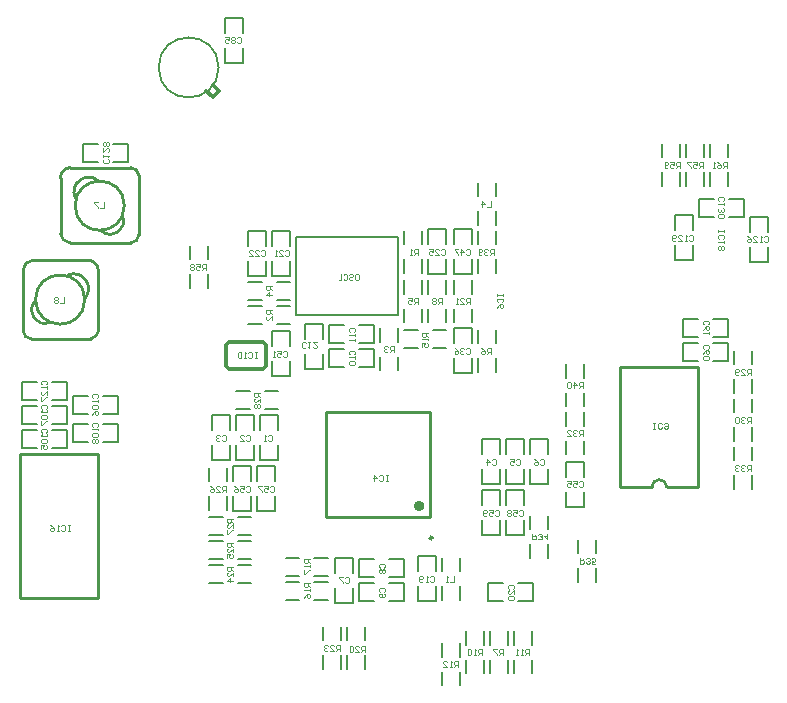
<source format=gbo>
%FSLAX42Y42*%
%MOMM*%
G71*
G01*
G75*
G04 Layer_Color=32896*
%ADD10R,1.22X1.22*%
%ADD11R,1.22X1.22*%
%ADD12R,3.20X4.00*%
%ADD13R,1.27X1.27*%
%ADD14R,1.40X1.40*%
%ADD15O,0.25X1.75*%
%ADD16O,1.75X0.25*%
%ADD17O,1.20X0.35*%
%ADD18R,1.20X0.35*%
%ADD19O,0.35X1.20*%
%ADD20R,0.35X1.20*%
%ADD21R,0.60X1.20*%
%ADD22O,1.30X0.65*%
%ADD23R,1.30X0.65*%
%ADD24O,0.35X1.85*%
%ADD25R,1.27X1.27*%
%ADD26R,1.52X1.52*%
%ADD27C,0.25*%
%ADD28C,0.60*%
%ADD29C,2.00*%
%ADD30C,1.20*%
%ADD31C,0.50*%
%ADD32C,0.40*%
%ADD33C,1.30*%
%ADD34C,0.25*%
%ADD35C,0.35*%
%ADD36C,0.30*%
%ADD37C,0.80*%
%ADD38C,5.00*%
%ADD39C,5.00*%
%ADD40C,1.57*%
%ADD41P,1.70X8X292.5*%
%ADD42R,1.50X1.50*%
%ADD43C,1.50*%
%ADD44C,2.00*%
%ADD45R,2.00X2.00*%
%ADD46R,2.00X2.00*%
%ADD47C,1.52*%
%ADD48C,1.27*%
%ADD49C,1.10*%
%ADD50C,1.70*%
%ADD51R,1.20X0.60*%
%ADD52R,1.75X0.25*%
%ADD53R,0.25X1.75*%
%ADD54O,2.03X0.61*%
%ADD55R,0.69X0.99*%
%ADD56R,1.02X2.03*%
%ADD57R,5.59X8.64*%
%ADD58R,2.03X3.05*%
%ADD59R,3.05X2.03*%
%ADD60R,0.76X1.30*%
%ADD61C,1.00*%
%ADD62C,0.20*%
%ADD63C,0.20*%
%ADD64C,0.30*%
%ADD65C,0.38*%
%ADD66C,0.13*%
%ADD67C,0.10*%
%ADD68C,0.15*%
%ADD69R,1.42X1.42*%
%ADD70R,1.42X1.42*%
%ADD71R,3.40X4.20*%
%ADD72R,1.47X1.47*%
%ADD73R,1.60X1.60*%
%ADD74O,0.45X1.95*%
%ADD75O,1.95X0.45*%
%ADD76O,1.40X0.55*%
%ADD77R,1.40X0.55*%
%ADD78O,0.55X1.40*%
%ADD79R,0.55X1.40*%
%ADD80R,0.80X1.40*%
%ADD81O,1.50X0.85*%
%ADD82R,1.50X0.85*%
%ADD83O,0.55X2.05*%
%ADD84R,1.47X1.47*%
%ADD85R,1.73X1.73*%
%ADD86C,5.20*%
%ADD87C,5.20*%
%ADD88C,1.78*%
%ADD89P,1.92X8X292.5*%
%ADD90R,1.70X1.70*%
%ADD91C,1.70*%
%ADD92C,2.20*%
%ADD93R,2.20X2.20*%
%ADD94R,2.20X2.20*%
%ADD95C,1.73*%
%ADD96C,1.47*%
%ADD97C,1.30*%
%ADD98C,1.90*%
%ADD99R,1.40X0.80*%
%ADD100R,1.95X0.45*%
%ADD101R,0.45X1.95*%
%ADD102O,2.24X0.81*%
%ADD103R,0.89X1.19*%
%ADD104R,1.22X2.24*%
%ADD105R,5.79X8.84*%
%ADD106R,2.24X3.25*%
%ADD107R,3.25X2.24*%
%ADD108R,0.97X1.50*%
D27*
X7135Y7012D02*
G03*
X7135Y7012I-12J0D01*
G01*
D31*
X7043Y7282D02*
G03*
X7043Y7282I-20J0D01*
G01*
D34*
X9119Y7442D02*
G03*
X8992Y7442I-63J0D01*
G01*
X4064Y10147D02*
G03*
X3988Y10058I6J-83D01*
G01*
X3986Y9589D02*
G03*
X4064Y9512I83J6D01*
G01*
X4648Y10084D02*
G03*
X4585Y10147I-70J-6D01*
G01*
X4585Y9512D02*
G03*
X4648Y9576I0J63D01*
G01*
X4526Y9825D02*
G03*
X4526Y9825I-208J0D01*
G01*
X4331Y9614D02*
G03*
X4507Y9740I78J78D01*
G01*
X4307Y10035D02*
G03*
X4110Y9891I-82J-94D01*
G01*
X4305Y9284D02*
G03*
X4216Y9360I-83J-6D01*
G01*
X3747Y9362D02*
G03*
X3670Y9284I6J-83D01*
G01*
X4242Y8700D02*
G03*
X4305Y8763I-6J70D01*
G01*
X3670Y8763D02*
G03*
X3734Y8700I63J0D01*
G01*
X4191Y9030D02*
G03*
X4191Y9030I-208J0D01*
G01*
X3772Y9017D02*
G03*
X3898Y8841I78J-78D01*
G01*
X4193Y9041D02*
G03*
X4049Y9238I-94J82D01*
G01*
X7112Y7188D02*
Y8077D01*
X6236Y7188D02*
X7112D01*
X6236D02*
Y8077D01*
X7112D01*
X8725Y7442D02*
Y8458D01*
X9385D01*
Y7442D02*
Y8458D01*
X9119Y7442D02*
X9385D01*
X8725D02*
X8992D01*
X3645Y6502D02*
Y7722D01*
X4305D01*
Y6502D02*
Y7722D01*
X3645Y6502D02*
X4305D01*
X3986Y9589D02*
Y10057D01*
X4064Y10147D02*
X4585D01*
X4064Y9512D02*
X4585D01*
X4648Y9576D02*
Y10084D01*
X3747Y9362D02*
X4215D01*
X4305Y8763D02*
Y9284D01*
X3670Y8763D02*
Y9284D01*
X3734Y8700D02*
X4242D01*
D62*
X5324Y10995D02*
G03*
X5324Y10995I-254J0D01*
G01*
X5893Y6490D02*
X6007D01*
X5893Y6642D02*
X6007D01*
X6134Y6490D02*
X6248D01*
X6134Y6642D02*
X6248D01*
X9820Y9732D02*
X9973D01*
X9820Y9604D02*
Y9732D01*
X9973Y9604D02*
Y9732D01*
X9820Y9350D02*
X9973D01*
Y9478D01*
X9820Y9350D02*
Y9478D01*
X9770Y9732D02*
Y9884D01*
X9643D02*
X9770D01*
X9643Y9732D02*
X9770D01*
X9389D02*
Y9884D01*
Y9732D02*
X9516D01*
X9389Y9884D02*
X9516D01*
X9185Y9363D02*
X9338D01*
Y9490D01*
X9185Y9363D02*
Y9490D01*
Y9744D02*
X9338D01*
X9185Y9617D02*
Y9744D01*
X9338Y9617D02*
Y9744D01*
X4039Y8179D02*
Y8331D01*
X3912D02*
X4039D01*
X3912Y8179D02*
X4039D01*
X3658D02*
Y8331D01*
Y8179D02*
X3785D01*
X3658Y8331D02*
X3785D01*
X4559Y10198D02*
Y10350D01*
X4432D02*
X4559D01*
X4432Y10198D02*
X4559D01*
X4178D02*
Y10350D01*
Y10198D02*
X4305D01*
X4178Y10350D02*
X4305D01*
X7315Y9081D02*
Y9195D01*
X7468Y9081D02*
Y9195D01*
X7315Y8839D02*
Y8954D01*
X7468Y8839D02*
Y8954D01*
X6896Y9500D02*
Y9614D01*
X7049Y9500D02*
Y9614D01*
X6896Y9258D02*
Y9373D01*
X7049Y9258D02*
Y9373D01*
X7252Y8839D02*
Y8954D01*
X7099Y8839D02*
Y8954D01*
X7252Y9081D02*
Y9195D01*
X7099Y9081D02*
Y9195D01*
X7049Y8839D02*
Y8954D01*
X6896Y8839D02*
Y8954D01*
X7049Y9081D02*
Y9195D01*
X6896Y9081D02*
Y9195D01*
X7671Y9665D02*
Y9779D01*
X7518Y9665D02*
Y9779D01*
X7671Y9906D02*
Y10020D01*
X7518Y9906D02*
Y10020D01*
X7671Y9258D02*
Y9373D01*
X7518Y9258D02*
Y9373D01*
X7671Y9500D02*
Y9614D01*
X7518Y9500D02*
Y9614D01*
X5829Y7925D02*
Y8052D01*
X5677Y7925D02*
Y8052D01*
X5829D01*
X5677Y7671D02*
Y7798D01*
X5829Y7671D02*
Y7798D01*
X5677Y7671D02*
X5829D01*
X5626Y7925D02*
Y8052D01*
X5474Y7925D02*
Y8052D01*
X5626D01*
X5474Y7671D02*
Y7798D01*
X5626Y7671D02*
Y7798D01*
X5474Y7671D02*
X5626D01*
X5423Y7925D02*
Y8052D01*
X5271Y7925D02*
Y8052D01*
X5423D01*
X5271Y7671D02*
Y7798D01*
X5423Y7671D02*
Y7798D01*
X5271Y7671D02*
X5423D01*
X7557Y7468D02*
Y7595D01*
X7709Y7468D02*
Y7595D01*
X7557Y7468D02*
X7709D01*
Y7722D02*
Y7849D01*
X7557Y7722D02*
Y7849D01*
X7709D01*
X7760Y7468D02*
Y7595D01*
X7912Y7468D02*
Y7595D01*
X7760Y7468D02*
X7912D01*
Y7722D02*
Y7849D01*
X7760Y7722D02*
Y7849D01*
X7912D01*
X7963Y7468D02*
Y7595D01*
X8115Y7468D02*
Y7595D01*
X7963Y7468D02*
X8115D01*
Y7722D02*
Y7849D01*
X7963Y7722D02*
Y7849D01*
X8115D01*
X6312Y6464D02*
Y6591D01*
X6464Y6464D02*
Y6591D01*
X6312Y6464D02*
X6464D01*
Y6718D02*
Y6845D01*
X6312Y6718D02*
Y6845D01*
X6464D01*
X6769Y6680D02*
X6896D01*
X6769Y6833D02*
X6896D01*
Y6680D02*
Y6833D01*
X6515D02*
X6642D01*
X6515Y6680D02*
X6642D01*
X6515D02*
Y6833D01*
X6769Y6477D02*
X6896D01*
X6769Y6629D02*
X6896D01*
Y6477D02*
Y6629D01*
X6515D02*
X6642D01*
X6515Y6477D02*
X6642D01*
X6515D02*
Y6629D01*
Y8458D02*
X6642D01*
X6515Y8611D02*
X6642D01*
Y8458D02*
Y8611D01*
X6261D02*
X6388D01*
X6261Y8458D02*
X6388D01*
X6261D02*
Y8611D01*
X6515Y8661D02*
X6642D01*
X6515Y8814D02*
X6642D01*
Y8661D02*
Y8814D01*
X6261D02*
X6388D01*
X6261Y8661D02*
X6388D01*
X6261D02*
Y8814D01*
X6058Y8446D02*
Y8572D01*
X6210Y8446D02*
Y8572D01*
X6058Y8446D02*
X6210D01*
Y8700D02*
Y8826D01*
X6058Y8700D02*
Y8826D01*
X6210D01*
X5931Y9487D02*
Y9614D01*
X5778Y9487D02*
Y9614D01*
X5931D01*
X5778Y9233D02*
Y9360D01*
X5931Y9233D02*
Y9360D01*
X5778Y9233D02*
X5931D01*
X5575D02*
Y9360D01*
X5728Y9233D02*
Y9360D01*
X5575Y9233D02*
X5728D01*
Y9487D02*
Y9614D01*
X5575Y9487D02*
Y9614D01*
X5728D01*
X7252Y9500D02*
Y9627D01*
X7099Y9500D02*
Y9627D01*
X7252D01*
X7099Y9246D02*
Y9373D01*
X7252Y9246D02*
Y9373D01*
X7099Y9246D02*
X7252D01*
X5448Y7239D02*
Y7366D01*
X5601Y7239D02*
Y7366D01*
X5448Y7239D02*
X5601D01*
Y7493D02*
Y7620D01*
X5448Y7493D02*
Y7620D01*
X5601D01*
X5651Y7239D02*
Y7366D01*
X5804Y7239D02*
Y7366D01*
X5651Y7239D02*
X5804D01*
Y7493D02*
Y7620D01*
X5651Y7493D02*
Y7620D01*
X5804D01*
X7757Y7038D02*
Y7165D01*
X7910Y7038D02*
Y7165D01*
X7757Y7038D02*
X7910D01*
Y7292D02*
Y7419D01*
X7757Y7292D02*
Y7419D01*
X7910D01*
X7557Y7036D02*
Y7163D01*
X7709Y7036D02*
Y7163D01*
X7557Y7036D02*
X7709D01*
Y7290D02*
Y7417D01*
X7557Y7290D02*
Y7417D01*
X7709D01*
X7861Y6477D02*
X7988D01*
X7861Y6629D02*
X7988D01*
Y6477D02*
Y6629D01*
X7607D02*
X7734D01*
X7607Y6477D02*
X7734D01*
X7607D02*
Y6629D01*
X7010Y6477D02*
Y6604D01*
X7163Y6477D02*
Y6604D01*
X7010Y6477D02*
X7163D01*
Y6731D02*
Y6858D01*
X7010Y6731D02*
Y6858D01*
X7163D01*
X7468Y8661D02*
Y8788D01*
X7315Y8661D02*
Y8788D01*
X7468D01*
X7315Y8407D02*
Y8534D01*
X7468Y8407D02*
Y8534D01*
X7315Y8407D02*
X7468D01*
X5778Y8382D02*
Y8509D01*
X5931Y8382D02*
Y8509D01*
X5778Y8382D02*
X5931D01*
Y8636D02*
Y8763D01*
X5778Y8636D02*
Y8763D01*
X5931D01*
X8420Y7531D02*
Y7658D01*
X8268Y7531D02*
Y7658D01*
X8420D01*
X8268Y7277D02*
Y7404D01*
X8420Y7277D02*
Y7404D01*
X8268Y7277D02*
X8420D01*
X9512Y8509D02*
X9639D01*
X9512Y8661D02*
X9639D01*
Y8509D02*
Y8661D01*
X9258D02*
X9385D01*
X9258Y8509D02*
X9385D01*
X9258D02*
Y8661D01*
X9512Y8712D02*
X9639D01*
X9512Y8865D02*
X9639D01*
Y8712D02*
Y8865D01*
X9258D02*
X9385D01*
X9258Y8712D02*
X9385D01*
X9258D02*
Y8865D01*
X5527Y11288D02*
Y11414D01*
X5375Y11288D02*
Y11414D01*
X5527D01*
X5375Y11033D02*
Y11161D01*
X5527Y11033D02*
Y11161D01*
X5375Y11033D02*
X5527D01*
X3912Y7772D02*
X4039D01*
X3912Y7925D02*
X4039D01*
Y7772D02*
Y7925D01*
X3658D02*
X3785D01*
X3658Y7772D02*
X3785D01*
X3658D02*
Y7925D01*
X4089Y8217D02*
X4216D01*
X4089Y8064D02*
X4216D01*
X4089D02*
Y8217D01*
X4343Y8064D02*
X4470D01*
X4343Y8217D02*
X4470D01*
Y8064D02*
Y8217D01*
X3658Y8128D02*
X3785D01*
X3658Y7976D02*
X3785D01*
X3658D02*
Y8128D01*
X3912Y7976D02*
X4039D01*
X3912Y8128D02*
X4039D01*
Y7976D02*
Y8128D01*
X4343Y7823D02*
X4470D01*
X4343Y7976D02*
X4470D01*
Y7823D02*
Y7976D01*
X4089D02*
X4216D01*
X4089Y7823D02*
X4216D01*
X4089D02*
Y7976D01*
X7366Y6490D02*
Y6604D01*
X7214Y6490D02*
Y6604D01*
X7366Y6731D02*
Y6845D01*
X7214Y6731D02*
Y6845D01*
X7772Y5867D02*
Y5982D01*
X7620Y5867D02*
Y5982D01*
X7772Y6109D02*
Y6223D01*
X7620Y6109D02*
Y6223D01*
X7569Y5867D02*
Y5982D01*
X7417Y5867D02*
Y5982D01*
X7569Y6109D02*
Y6223D01*
X7417Y6109D02*
Y6223D01*
X7976Y5867D02*
Y5982D01*
X7823Y5867D02*
Y5982D01*
X7976Y6109D02*
Y6223D01*
X7823Y6109D02*
Y6223D01*
X7366Y5766D02*
Y5880D01*
X7214Y5766D02*
Y5880D01*
X7366Y6007D02*
Y6121D01*
X7214Y6007D02*
Y6121D01*
X7518Y8661D02*
Y8776D01*
X7671Y8661D02*
Y8776D01*
X7518Y8420D02*
Y8534D01*
X7671Y8420D02*
Y8534D01*
X6845Y8433D02*
Y8547D01*
X6693Y8433D02*
Y8547D01*
X6845Y8674D02*
Y8788D01*
X6693Y8674D02*
Y8788D01*
X6134Y6845D02*
X6248D01*
X6134Y6693D02*
X6248D01*
X5893Y6845D02*
X6007D01*
X5893Y6693D02*
X6007D01*
X6896Y8623D02*
X7010D01*
X6896Y8776D02*
X7010D01*
X7137Y8623D02*
X7252D01*
X7137Y8776D02*
X7252D01*
X6414Y6147D02*
Y6261D01*
X6566Y6147D02*
Y6261D01*
X6414Y5906D02*
Y6020D01*
X6566Y5906D02*
Y6020D01*
X6210Y6147D02*
Y6261D01*
X6363Y6147D02*
Y6261D01*
X6210Y5906D02*
Y6020D01*
X6363Y5906D02*
Y6020D01*
X9843Y8242D02*
Y8357D01*
X9690Y8242D02*
Y8357D01*
X9843Y8484D02*
Y8598D01*
X9690Y8484D02*
Y8598D01*
Y8077D02*
Y8192D01*
X9843Y8077D02*
Y8192D01*
X9690Y7836D02*
Y7950D01*
X9843Y7836D02*
Y7950D01*
X8420Y7722D02*
Y7836D01*
X8268Y7722D02*
Y7836D01*
X8420Y7963D02*
Y8077D01*
X8268Y7963D02*
Y8077D01*
X9843Y7429D02*
Y7544D01*
X9690Y7429D02*
Y7544D01*
X9843Y7671D02*
Y7785D01*
X9690Y7671D02*
Y7785D01*
X8268Y8369D02*
Y8484D01*
X8420Y8369D02*
Y8484D01*
X8268Y8128D02*
Y8242D01*
X8420Y8128D02*
Y8242D01*
X8115Y6845D02*
Y6960D01*
X7963Y6845D02*
Y6960D01*
X8115Y7087D02*
Y7201D01*
X7963Y7087D02*
Y7201D01*
X5245Y6833D02*
X5359D01*
X5245Y6985D02*
X5359D01*
X5486Y6833D02*
X5601D01*
X5486Y6985D02*
X5601D01*
X5474Y8103D02*
X5588D01*
X5474Y8255D02*
X5588D01*
X5715Y8103D02*
X5829D01*
X5715Y8255D02*
X5829D01*
X8522Y6642D02*
Y6756D01*
X8369Y6642D02*
Y6756D01*
X8522Y6883D02*
Y6998D01*
X8369Y6883D02*
Y6998D01*
X9284Y10236D02*
Y10350D01*
X9436Y10236D02*
Y10350D01*
X9284Y9995D02*
Y10109D01*
X9436Y9995D02*
Y10109D01*
X9487Y10236D02*
Y10350D01*
X9639Y10236D02*
Y10350D01*
X9487Y9995D02*
Y10109D01*
X9639Y9995D02*
Y10109D01*
X5245Y6629D02*
X5359D01*
X5245Y6782D02*
X5359D01*
X5486Y6629D02*
X5601D01*
X5486Y6782D02*
X5601D01*
X5245Y7493D02*
Y7607D01*
X5397Y7493D02*
Y7607D01*
X5245Y7252D02*
Y7366D01*
X5397Y7252D02*
Y7366D01*
X7468Y9500D02*
Y9627D01*
X7315Y9500D02*
Y9627D01*
X7468D01*
X7315Y9246D02*
Y9373D01*
X7468Y9246D02*
Y9373D01*
X7315Y9246D02*
X7468D01*
X5575Y8826D02*
X5690D01*
X5575Y8979D02*
X5690D01*
X5817Y8826D02*
X5931D01*
X5817Y8979D02*
X5931D01*
X5575Y9030D02*
X5690D01*
X5575Y9182D02*
X5690D01*
X5817Y9030D02*
X5931D01*
X5817Y9182D02*
X5931D01*
X5080Y9373D02*
Y9487D01*
X5232Y9373D02*
Y9487D01*
X5080Y9131D02*
Y9246D01*
X5232Y9131D02*
Y9246D01*
X5245Y7036D02*
X5359D01*
X5245Y7188D02*
X5359D01*
X5486Y7036D02*
X5601D01*
X5486Y7188D02*
X5601D01*
X9081Y10236D02*
Y10350D01*
X9233Y10236D02*
Y10350D01*
X9081Y9995D02*
Y10109D01*
X9233Y9995D02*
Y10109D01*
D64*
X5702Y8446D02*
X5728Y8471D01*
X5385D02*
X5410Y8446D01*
X5702Y8674D02*
X5728Y8649D01*
X5410Y8446D02*
X5702D01*
X5385Y8471D02*
Y8649D01*
X5728Y8471D02*
Y8649D01*
X5385D02*
X5410Y8674D01*
X5702D01*
D65*
X5273Y10843D02*
X5324Y10792D01*
X5273Y10741D02*
X5324Y10792D01*
X5222D02*
X5273Y10741D01*
D66*
X5982Y8903D02*
X6845D01*
X5982Y9563D02*
X6845D01*
X5982Y8903D02*
Y9563D01*
X6845Y8903D02*
Y9563D01*
D67*
X6096Y6629D02*
X6046D01*
Y6604D01*
X6054Y6596D01*
X6071D01*
X6079Y6604D01*
Y6629D01*
Y6613D02*
X6096Y6596D01*
Y6579D02*
Y6563D01*
Y6571D01*
X6046D01*
X6054Y6579D01*
X6046Y6504D02*
X6054Y6521D01*
X6071Y6538D01*
X6088D01*
X6096Y6529D01*
Y6513D01*
X6088Y6504D01*
X6079D01*
X6071Y6513D01*
Y6538D01*
X9555Y9617D02*
Y9601D01*
Y9609D01*
X9604D01*
Y9617D01*
Y9601D01*
X9563Y9542D02*
X9555Y9551D01*
Y9567D01*
X9563Y9576D01*
X9596D01*
X9604Y9567D01*
Y9551D01*
X9596Y9542D01*
X9604Y9526D02*
Y9509D01*
Y9517D01*
X9555D01*
X9563Y9526D01*
Y9484D02*
X9555Y9476D01*
Y9459D01*
X9563Y9451D01*
X9571D01*
X9580Y9459D01*
X9588Y9451D01*
X9596D01*
X9604Y9459D01*
Y9476D01*
X9596Y9484D01*
X9588D01*
X9580Y9476D01*
X9571Y9484D01*
X9563D01*
X9580Y9476D02*
Y9459D01*
X9563Y9863D02*
X9555Y9872D01*
Y9888D01*
X9563Y9897D01*
X9596D01*
X9604Y9888D01*
Y9872D01*
X9596Y9863D01*
X9604Y9847D02*
Y9830D01*
Y9838D01*
X9555D01*
X9563Y9847D01*
Y9805D02*
X9555Y9797D01*
Y9780D01*
X9563Y9772D01*
X9571D01*
X9580Y9780D01*
Y9788D01*
Y9780D01*
X9588Y9772D01*
X9596D01*
X9604Y9780D01*
Y9797D01*
X9596Y9805D01*
X9563Y9755D02*
X9555Y9747D01*
Y9730D01*
X9563Y9722D01*
X9596D01*
X9604Y9730D01*
Y9747D01*
X9596Y9755D01*
X9563D01*
X9304Y9570D02*
X9313Y9578D01*
X9329D01*
X9338Y9570D01*
Y9537D01*
X9329Y9528D01*
X9313D01*
X9304Y9537D01*
X9288Y9528D02*
X9271D01*
X9279D01*
Y9578D01*
X9288Y9570D01*
X9213Y9528D02*
X9246D01*
X9213Y9562D01*
Y9570D01*
X9221Y9578D01*
X9238D01*
X9246Y9570D01*
X9196Y9537D02*
X9188Y9528D01*
X9171D01*
X9163Y9537D01*
Y9570D01*
X9171Y9578D01*
X9188D01*
X9196Y9570D01*
Y9562D01*
X9188Y9553D01*
X9163D01*
X4385Y10219D02*
X4393Y10210D01*
Y10194D01*
X4385Y10185D01*
X4352D01*
X4343Y10194D01*
Y10210D01*
X4352Y10219D01*
X4343Y10235D02*
Y10252D01*
Y10244D01*
X4393D01*
X4385Y10235D01*
X4343Y10310D02*
Y10277D01*
X4377Y10310D01*
X4385D01*
X4393Y10302D01*
Y10285D01*
X4385Y10277D01*
Y10327D02*
X4393Y10335D01*
Y10352D01*
X4385Y10360D01*
X4377D01*
X4368Y10352D01*
X4360Y10360D01*
X4352D01*
X4343Y10352D01*
Y10335D01*
X4352Y10327D01*
X4360D01*
X4368Y10335D01*
X4377Y10327D01*
X4385D01*
X4368Y10335D02*
Y10352D01*
X3832Y8311D02*
X3824Y8319D01*
Y8336D01*
X3832Y8344D01*
X3865D01*
X3874Y8336D01*
Y8319D01*
X3865Y8311D01*
X3874Y8294D02*
Y8277D01*
Y8286D01*
X3824D01*
X3832Y8294D01*
X3874Y8219D02*
Y8252D01*
X3840Y8219D01*
X3832D01*
X3824Y8227D01*
Y8244D01*
X3832Y8252D01*
X3824Y8202D02*
Y8169D01*
X3832D01*
X3865Y8202D01*
X3874D01*
X9939Y9557D02*
X9948Y9566D01*
X9964D01*
X9973Y9557D01*
Y9524D01*
X9964Y9516D01*
X9948D01*
X9939Y9524D01*
X9923Y9516D02*
X9906D01*
X9914D01*
Y9566D01*
X9923Y9557D01*
X9848Y9516D02*
X9881D01*
X9848Y9549D01*
Y9557D01*
X9856Y9566D01*
X9873D01*
X9881Y9557D01*
X9798Y9566D02*
X9815Y9557D01*
X9831Y9541D01*
Y9524D01*
X9823Y9516D01*
X9806D01*
X9798Y9524D01*
Y9532D01*
X9806Y9541D01*
X9831D01*
X7455Y8992D02*
Y9042D01*
X7430D01*
X7422Y9033D01*
Y9017D01*
X7430Y9008D01*
X7455D01*
X7438D02*
X7422Y8992D01*
X7372D02*
X7405D01*
X7372Y9025D01*
Y9033D01*
X7380Y9042D01*
X7397D01*
X7405Y9033D01*
X7355Y8992D02*
X7338D01*
X7347D01*
Y9042D01*
X7355Y9033D01*
X7010Y9411D02*
Y9461D01*
X6985D01*
X6977Y9452D01*
Y9436D01*
X6985Y9427D01*
X7010D01*
X6994D02*
X6977Y9411D01*
X6960D02*
X6944D01*
X6952D01*
Y9461D01*
X6960Y9452D01*
X7214Y8992D02*
Y9042D01*
X7189D01*
X7180Y9033D01*
Y9017D01*
X7189Y9008D01*
X7214D01*
X7197D02*
X7180Y8992D01*
X7164Y9033D02*
X7155Y9042D01*
X7139D01*
X7130Y9033D01*
Y9025D01*
X7139Y9017D01*
X7130Y9008D01*
Y9000D01*
X7139Y8992D01*
X7155D01*
X7164Y9000D01*
Y9008D01*
X7155Y9017D01*
X7164Y9025D01*
Y9033D01*
X7155Y9017D02*
X7139D01*
X7010Y8992D02*
Y9042D01*
X6985D01*
X6977Y9033D01*
Y9017D01*
X6985Y9008D01*
X7010D01*
X6994D02*
X6977Y8992D01*
X6927Y9042D02*
X6960D01*
Y9017D01*
X6944Y9025D01*
X6935D01*
X6927Y9017D01*
Y9000D01*
X6935Y8992D01*
X6952D01*
X6960Y9000D01*
X5448Y7175D02*
X5398D01*
Y7151D01*
X5407Y7142D01*
X5423D01*
X5432Y7151D01*
Y7175D01*
Y7159D02*
X5448Y7142D01*
Y7092D02*
Y7126D01*
X5415Y7092D01*
X5407D01*
X5398Y7101D01*
Y7117D01*
X5407Y7126D01*
X5398Y7076D02*
Y7042D01*
X5407D01*
X5440Y7076D01*
X5448D01*
X7633Y9867D02*
Y9817D01*
X7599D01*
X7558D02*
Y9867D01*
X7583Y9842D01*
X7549D01*
X7658Y9411D02*
Y9461D01*
X7633D01*
X7625Y9452D01*
Y9436D01*
X7633Y9427D01*
X7658D01*
X7641D02*
X7625Y9411D01*
X7608Y9452D02*
X7600Y9461D01*
X7583D01*
X7575Y9452D01*
Y9444D01*
X7583Y9436D01*
X7591D01*
X7583D01*
X7575Y9427D01*
Y9419D01*
X7583Y9411D01*
X7600D01*
X7608Y9419D01*
X7558D02*
X7550Y9411D01*
X7533D01*
X7525Y9419D01*
Y9452D01*
X7533Y9461D01*
X7550D01*
X7558Y9452D01*
Y9444D01*
X7550Y9436D01*
X7525D01*
X5745Y7878D02*
X5754Y7886D01*
X5770D01*
X5778Y7878D01*
Y7844D01*
X5770Y7836D01*
X5754D01*
X5745Y7844D01*
X5729Y7836D02*
X5712D01*
X5720D01*
Y7886D01*
X5729Y7878D01*
X5555D02*
X5563Y7886D01*
X5580D01*
X5588Y7878D01*
Y7844D01*
X5580Y7836D01*
X5563D01*
X5555Y7844D01*
X5505Y7836D02*
X5538D01*
X5505Y7869D01*
Y7878D01*
X5513Y7886D01*
X5530D01*
X5538Y7878D01*
X5351D02*
X5360Y7886D01*
X5376D01*
X5385Y7878D01*
Y7844D01*
X5376Y7836D01*
X5360D01*
X5351Y7844D01*
X5335Y7878D02*
X5326Y7886D01*
X5310D01*
X5301Y7878D01*
Y7869D01*
X5310Y7861D01*
X5318D01*
X5310D01*
X5301Y7853D01*
Y7844D01*
X5310Y7836D01*
X5326D01*
X5335Y7844D01*
X7637Y7674D02*
X7646Y7683D01*
X7662D01*
X7671Y7674D01*
Y7641D01*
X7662Y7633D01*
X7646D01*
X7637Y7641D01*
X7596Y7633D02*
Y7683D01*
X7621Y7658D01*
X7587D01*
X7841Y7674D02*
X7849Y7683D01*
X7866D01*
X7874Y7674D01*
Y7641D01*
X7866Y7633D01*
X7849D01*
X7841Y7641D01*
X7791Y7683D02*
X7824D01*
Y7658D01*
X7807Y7666D01*
X7799D01*
X7791Y7658D01*
Y7641D01*
X7799Y7633D01*
X7816D01*
X7824Y7641D01*
X8044Y7674D02*
X8052Y7683D01*
X8069D01*
X8077Y7674D01*
Y7641D01*
X8069Y7633D01*
X8052D01*
X8044Y7641D01*
X7994Y7683D02*
X8011Y7674D01*
X8027Y7658D01*
Y7641D01*
X8019Y7633D01*
X8002D01*
X7994Y7641D01*
Y7649D01*
X8002Y7658D01*
X8027D01*
X6393Y6671D02*
X6401Y6679D01*
X6418D01*
X6426Y6671D01*
Y6638D01*
X6418Y6629D01*
X6401D01*
X6393Y6638D01*
X6376Y6679D02*
X6343D01*
Y6671D01*
X6376Y6638D01*
Y6629D01*
X6689Y6761D02*
X6681Y6770D01*
Y6786D01*
X6689Y6794D01*
X6723D01*
X6731Y6786D01*
Y6770D01*
X6723Y6761D01*
X6689Y6745D02*
X6681Y6736D01*
Y6720D01*
X6689Y6711D01*
X6698D01*
X6706Y6720D01*
X6714Y6711D01*
X6723D01*
X6731Y6720D01*
Y6736D01*
X6723Y6745D01*
X6714D01*
X6706Y6736D01*
X6698Y6745D01*
X6689D01*
X6706Y6736D02*
Y6720D01*
X6689Y6558D02*
X6681Y6566D01*
Y6583D01*
X6689Y6591D01*
X6723D01*
X6731Y6583D01*
Y6566D01*
X6723Y6558D01*
Y6541D02*
X6731Y6533D01*
Y6516D01*
X6723Y6508D01*
X6689D01*
X6681Y6516D01*
Y6533D01*
X6689Y6541D01*
X6698D01*
X6706Y6533D01*
Y6508D01*
X6435Y8565D02*
X6427Y8573D01*
Y8590D01*
X6435Y8598D01*
X6469D01*
X6477Y8590D01*
Y8573D01*
X6469Y8565D01*
X6477Y8548D02*
Y8531D01*
Y8540D01*
X6427D01*
X6435Y8548D01*
Y8506D02*
X6427Y8498D01*
Y8481D01*
X6435Y8473D01*
X6469D01*
X6477Y8481D01*
Y8498D01*
X6469Y8506D01*
X6435D01*
Y8755D02*
X6427Y8763D01*
Y8780D01*
X6435Y8788D01*
X6469D01*
X6477Y8780D01*
Y8763D01*
X6469Y8755D01*
X6477Y8738D02*
Y8722D01*
Y8730D01*
X6427D01*
X6435Y8738D01*
X6477Y8697D02*
Y8680D01*
Y8688D01*
X6427D01*
X6435Y8697D01*
X6066Y8632D02*
X6057Y8624D01*
X6041D01*
X6033Y8632D01*
Y8666D01*
X6041Y8674D01*
X6057D01*
X6066Y8666D01*
X6082Y8674D02*
X6099D01*
X6091D01*
Y8624D01*
X6082Y8632D01*
X6157Y8674D02*
X6124D01*
X6157Y8641D01*
Y8632D01*
X6149Y8624D01*
X6132D01*
X6124Y8632D01*
X5885Y9440D02*
X5893Y9448D01*
X5910D01*
X5918Y9440D01*
Y9406D01*
X5910Y9398D01*
X5893D01*
X5885Y9406D01*
X5835Y9398D02*
X5868D01*
X5835Y9431D01*
Y9440D01*
X5843Y9448D01*
X5860D01*
X5868Y9440D01*
X5818Y9398D02*
X5802D01*
X5810D01*
Y9448D01*
X5818Y9440D01*
X5682D02*
X5690Y9448D01*
X5707D01*
X5715Y9440D01*
Y9406D01*
X5707Y9398D01*
X5690D01*
X5682Y9406D01*
X5632Y9398D02*
X5665D01*
X5632Y9431D01*
Y9440D01*
X5640Y9448D01*
X5657D01*
X5665Y9440D01*
X5582Y9398D02*
X5615D01*
X5582Y9431D01*
Y9440D01*
X5590Y9448D01*
X5607D01*
X5615Y9440D01*
X7206Y9452D02*
X7214Y9461D01*
X7231D01*
X7239Y9452D01*
Y9419D01*
X7231Y9411D01*
X7214D01*
X7206Y9419D01*
X7156Y9411D02*
X7189D01*
X7156Y9444D01*
Y9452D01*
X7164Y9461D01*
X7181D01*
X7189Y9452D01*
X7106Y9461D02*
X7139D01*
Y9436D01*
X7122Y9444D01*
X7114D01*
X7106Y9436D01*
Y9419D01*
X7114Y9411D01*
X7131D01*
X7139Y9419D01*
X5555Y7446D02*
X5563Y7454D01*
X5580D01*
X5588Y7446D01*
Y7412D01*
X5580Y7404D01*
X5563D01*
X5555Y7412D01*
X5505Y7454D02*
X5538D01*
Y7429D01*
X5521Y7437D01*
X5513D01*
X5505Y7429D01*
Y7412D01*
X5513Y7404D01*
X5530D01*
X5538Y7412D01*
X5455Y7454D02*
X5471Y7446D01*
X5488Y7429D01*
Y7412D01*
X5480Y7404D01*
X5463D01*
X5455Y7412D01*
Y7421D01*
X5463Y7429D01*
X5488D01*
X5758Y7446D02*
X5766Y7454D01*
X5783D01*
X5791Y7446D01*
Y7412D01*
X5783Y7404D01*
X5766D01*
X5758Y7412D01*
X5708Y7454D02*
X5741D01*
Y7429D01*
X5725Y7437D01*
X5716D01*
X5708Y7429D01*
Y7412D01*
X5716Y7404D01*
X5733D01*
X5741Y7412D01*
X5691Y7454D02*
X5658D01*
Y7446D01*
X5691Y7412D01*
Y7404D01*
X7866Y7243D02*
X7874Y7251D01*
X7891D01*
X7899Y7243D01*
Y7209D01*
X7891Y7201D01*
X7874D01*
X7866Y7209D01*
X7816Y7251D02*
X7849D01*
Y7226D01*
X7833Y7234D01*
X7824D01*
X7816Y7226D01*
Y7209D01*
X7824Y7201D01*
X7841D01*
X7849Y7209D01*
X7799Y7243D02*
X7791Y7251D01*
X7774D01*
X7766Y7243D01*
Y7234D01*
X7774Y7226D01*
X7766Y7218D01*
Y7209D01*
X7774Y7201D01*
X7791D01*
X7799Y7209D01*
Y7218D01*
X7791Y7226D01*
X7799Y7234D01*
Y7243D01*
X7791Y7226D02*
X7774D01*
X7663Y7243D02*
X7671Y7251D01*
X7688D01*
X7696Y7243D01*
Y7209D01*
X7688Y7201D01*
X7671D01*
X7663Y7209D01*
X7613Y7251D02*
X7646D01*
Y7226D01*
X7630Y7234D01*
X7621D01*
X7613Y7226D01*
Y7209D01*
X7621Y7201D01*
X7638D01*
X7646Y7209D01*
X7596D02*
X7588Y7201D01*
X7571D01*
X7563Y7209D01*
Y7243D01*
X7571Y7251D01*
X7588D01*
X7596Y7243D01*
Y7234D01*
X7588Y7226D01*
X7563D01*
X7782Y6583D02*
X7773Y6592D01*
Y6608D01*
X7782Y6617D01*
X7815D01*
X7823Y6608D01*
Y6592D01*
X7815Y6583D01*
X7823Y6533D02*
Y6567D01*
X7790Y6533D01*
X7782D01*
X7773Y6542D01*
Y6558D01*
X7782Y6567D01*
Y6517D02*
X7773Y6508D01*
Y6492D01*
X7782Y6483D01*
X7815D01*
X7823Y6492D01*
Y6508D01*
X7815Y6517D01*
X7782D01*
X7117Y6684D02*
X7125Y6692D01*
X7142D01*
X7150Y6684D01*
Y6650D01*
X7142Y6642D01*
X7125D01*
X7117Y6650D01*
X7100Y6642D02*
X7083D01*
X7092D01*
Y6692D01*
X7100Y6684D01*
X7058Y6650D02*
X7050Y6642D01*
X7033D01*
X7025Y6650D01*
Y6684D01*
X7033Y6692D01*
X7050D01*
X7058Y6684D01*
Y6675D01*
X7050Y6667D01*
X7025D01*
X7422Y8614D02*
X7430Y8622D01*
X7447D01*
X7455Y8614D01*
Y8581D01*
X7447Y8572D01*
X7430D01*
X7422Y8581D01*
X7405Y8614D02*
X7397Y8622D01*
X7380D01*
X7372Y8614D01*
Y8606D01*
X7380Y8597D01*
X7388D01*
X7380D01*
X7372Y8589D01*
Y8581D01*
X7380Y8572D01*
X7397D01*
X7405Y8581D01*
X7322Y8622D02*
X7338Y8614D01*
X7355Y8597D01*
Y8581D01*
X7347Y8572D01*
X7330D01*
X7322Y8581D01*
Y8589D01*
X7330Y8597D01*
X7355D01*
X5872Y8589D02*
X5881Y8597D01*
X5897D01*
X5906Y8589D01*
Y8555D01*
X5897Y8547D01*
X5881D01*
X5872Y8555D01*
X5822Y8597D02*
X5856D01*
Y8572D01*
X5839Y8580D01*
X5831D01*
X5822Y8572D01*
Y8555D01*
X5831Y8547D01*
X5847D01*
X5856Y8555D01*
X5806Y8547D02*
X5789D01*
X5797D01*
Y8597D01*
X5806Y8589D01*
X8374Y7484D02*
X8382Y7492D01*
X8399D01*
X8407Y7484D01*
Y7451D01*
X8399Y7442D01*
X8382D01*
X8374Y7451D01*
X8324Y7492D02*
X8357D01*
Y7467D01*
X8341Y7476D01*
X8332D01*
X8324Y7467D01*
Y7451D01*
X8332Y7442D01*
X8349D01*
X8357Y7451D01*
X8274Y7492D02*
X8307D01*
Y7467D01*
X8291Y7476D01*
X8282D01*
X8274Y7467D01*
Y7451D01*
X8282Y7442D01*
X8299D01*
X8307Y7451D01*
X9433Y8615D02*
X9424Y8624D01*
Y8640D01*
X9433Y8649D01*
X9466D01*
X9474Y8640D01*
Y8624D01*
X9466Y8615D01*
X9424Y8565D02*
X9433Y8582D01*
X9449Y8599D01*
X9466D01*
X9474Y8590D01*
Y8574D01*
X9466Y8565D01*
X9458D01*
X9449Y8574D01*
Y8599D01*
X9433Y8549D02*
X9424Y8540D01*
Y8524D01*
X9433Y8515D01*
X9466D01*
X9474Y8524D01*
Y8540D01*
X9466Y8549D01*
X9433D01*
Y8819D02*
X9424Y8827D01*
Y8844D01*
X9433Y8852D01*
X9466D01*
X9474Y8844D01*
Y8827D01*
X9466Y8819D01*
X9424Y8769D02*
X9433Y8785D01*
X9449Y8802D01*
X9466D01*
X9474Y8794D01*
Y8777D01*
X9466Y8769D01*
X9458D01*
X9449Y8777D01*
Y8802D01*
X9474Y8752D02*
Y8735D01*
Y8744D01*
X9424D01*
X9433Y8752D01*
X5478Y11243D02*
X5487Y11251D01*
X5503D01*
X5512Y11243D01*
Y11210D01*
X5503Y11201D01*
X5487D01*
X5478Y11210D01*
X5462Y11243D02*
X5453Y11251D01*
X5437D01*
X5428Y11243D01*
Y11235D01*
X5437Y11226D01*
X5428Y11218D01*
Y11210D01*
X5437Y11201D01*
X5453D01*
X5462Y11210D01*
Y11218D01*
X5453Y11226D01*
X5462Y11235D01*
Y11243D01*
X5453Y11226D02*
X5437D01*
X5379Y11251D02*
X5412D01*
Y11226D01*
X5395Y11235D01*
X5387D01*
X5379Y11226D01*
Y11210D01*
X5387Y11201D01*
X5404D01*
X5412Y11210D01*
X3832Y7904D02*
X3824Y7913D01*
Y7929D01*
X3832Y7938D01*
X3865D01*
X3874Y7929D01*
Y7913D01*
X3865Y7904D01*
X3874Y7888D02*
Y7871D01*
Y7879D01*
X3824D01*
X3832Y7888D01*
Y7846D02*
X3824Y7838D01*
Y7821D01*
X3832Y7813D01*
X3865D01*
X3874Y7821D01*
Y7838D01*
X3865Y7846D01*
X3832D01*
X3824Y7763D02*
Y7796D01*
X3849D01*
X3840Y7779D01*
Y7771D01*
X3849Y7763D01*
X3865D01*
X3874Y7771D01*
Y7788D01*
X3865Y7796D01*
X4264Y8196D02*
X4255Y8205D01*
Y8221D01*
X4264Y8230D01*
X4297D01*
X4305Y8221D01*
Y8205D01*
X4297Y8196D01*
X4305Y8180D02*
Y8163D01*
Y8171D01*
X4255D01*
X4264Y8180D01*
Y8138D02*
X4255Y8130D01*
Y8113D01*
X4264Y8105D01*
X4297D01*
X4305Y8113D01*
Y8130D01*
X4297Y8138D01*
X4264D01*
X4255Y8055D02*
X4264Y8071D01*
X4280Y8088D01*
X4297D01*
X4305Y8080D01*
Y8063D01*
X4297Y8055D01*
X4289D01*
X4280Y8063D01*
Y8088D01*
X3832Y8107D02*
X3824Y8116D01*
Y8132D01*
X3832Y8141D01*
X3865D01*
X3874Y8132D01*
Y8116D01*
X3865Y8107D01*
X3874Y8091D02*
Y8074D01*
Y8082D01*
X3824D01*
X3832Y8091D01*
Y8049D02*
X3824Y8041D01*
Y8024D01*
X3832Y8016D01*
X3865D01*
X3874Y8024D01*
Y8041D01*
X3865Y8049D01*
X3832D01*
X3824Y7999D02*
Y7966D01*
X3832D01*
X3865Y7999D01*
X3874D01*
X4264Y7955D02*
X4255Y7963D01*
Y7980D01*
X4264Y7988D01*
X4297D01*
X4305Y7980D01*
Y7963D01*
X4297Y7955D01*
X4305Y7938D02*
Y7922D01*
Y7930D01*
X4255D01*
X4264Y7938D01*
Y7897D02*
X4255Y7888D01*
Y7872D01*
X4264Y7863D01*
X4297D01*
X4305Y7872D01*
Y7888D01*
X4297Y7897D01*
X4264D01*
Y7847D02*
X4255Y7838D01*
Y7822D01*
X4264Y7813D01*
X4272D01*
X4280Y7822D01*
X4289Y7813D01*
X4297D01*
X4305Y7822D01*
Y7838D01*
X4297Y7847D01*
X4289D01*
X4280Y7838D01*
X4272Y7847D01*
X4264D01*
X4280Y7838D02*
Y7822D01*
X6756Y7543D02*
X6740D01*
X6748D01*
Y7493D01*
X6756D01*
X6740D01*
X6681Y7535D02*
X6690Y7543D01*
X6706D01*
X6715Y7535D01*
Y7501D01*
X6706Y7493D01*
X6690D01*
X6681Y7501D01*
X6640Y7493D02*
Y7543D01*
X6665Y7518D01*
X6631D01*
X9004Y7938D02*
X9021D01*
X9013D01*
Y7988D01*
X9004D01*
X9021D01*
X9079Y7947D02*
X9071Y7938D01*
X9054D01*
X9046Y7947D01*
Y7980D01*
X9054Y7988D01*
X9071D01*
X9079Y7980D01*
X9096D02*
X9104Y7988D01*
X9121D01*
X9129Y7980D01*
Y7947D01*
X9121Y7938D01*
X9104D01*
X9096Y7947D01*
Y7955D01*
X9104Y7963D01*
X9129D01*
X5651Y8584D02*
X5635D01*
X5643D01*
Y8534D01*
X5651D01*
X5635D01*
X5577Y8576D02*
X5585Y8584D01*
X5602D01*
X5610Y8576D01*
Y8543D01*
X5602Y8534D01*
X5585D01*
X5577Y8543D01*
X5560Y8534D02*
X5543D01*
X5552D01*
Y8584D01*
X5560Y8576D01*
X5518D02*
X5510Y8584D01*
X5493D01*
X5485Y8576D01*
Y8543D01*
X5493Y8534D01*
X5510D01*
X5518Y8543D01*
Y8576D01*
X4064Y7124D02*
X4047D01*
X4056D01*
Y7074D01*
X4064D01*
X4047D01*
X3989Y7116D02*
X3997Y7124D01*
X4014D01*
X4022Y7116D01*
Y7082D01*
X4014Y7074D01*
X3997D01*
X3989Y7082D01*
X3972Y7074D02*
X3956D01*
X3964D01*
Y7124D01*
X3972Y7116D01*
X3897Y7124D02*
X3914Y7116D01*
X3931Y7099D01*
Y7082D01*
X3922Y7074D01*
X3906D01*
X3897Y7082D01*
Y7091D01*
X3906Y7099D01*
X3931D01*
X7315Y6692D02*
Y6642D01*
X7282D01*
X7265D02*
X7249D01*
X7257D01*
Y6692D01*
X7265Y6684D01*
X4356Y9854D02*
Y9804D01*
X4323D01*
X4306Y9854D02*
X4273D01*
Y9846D01*
X4306Y9813D01*
Y9804D01*
X4013Y9054D02*
Y9004D01*
X3980D01*
X3963Y9046D02*
X3955Y9054D01*
X3938D01*
X3930Y9046D01*
Y9038D01*
X3938Y9029D01*
X3930Y9021D01*
Y9013D01*
X3938Y9004D01*
X3955D01*
X3963Y9013D01*
Y9021D01*
X3955Y9029D01*
X3963Y9038D01*
Y9046D01*
X3955Y9029D02*
X3938D01*
X6490Y9245D02*
X6507D01*
X6515Y9236D01*
Y9203D01*
X6507Y9195D01*
X6490D01*
X6482Y9203D01*
Y9236D01*
X6490Y9245D01*
X6432Y9236D02*
X6440Y9245D01*
X6457D01*
X6465Y9236D01*
Y9228D01*
X6457Y9220D01*
X6440D01*
X6432Y9211D01*
Y9203D01*
X6440Y9195D01*
X6457D01*
X6465Y9203D01*
X6382Y9236D02*
X6390Y9245D01*
X6407D01*
X6415Y9236D01*
Y9203D01*
X6407Y9195D01*
X6390D01*
X6382Y9203D01*
X6365Y9195D02*
X6348D01*
X6357D01*
Y9245D01*
X6365Y9236D01*
X7734Y6020D02*
Y6070D01*
X7709D01*
X7701Y6061D01*
Y6045D01*
X7709Y6036D01*
X7734D01*
X7718D02*
X7701Y6020D01*
X7684Y6070D02*
X7651D01*
Y6061D01*
X7684Y6028D01*
Y6020D01*
X7557D02*
Y6070D01*
X7532D01*
X7523Y6061D01*
Y6045D01*
X7532Y6036D01*
X7557D01*
X7540D02*
X7523Y6020D01*
X7507D02*
X7490D01*
X7498D01*
Y6070D01*
X7507Y6061D01*
X7465D02*
X7457Y6070D01*
X7440D01*
X7432Y6061D01*
Y6028D01*
X7440Y6020D01*
X7457D01*
X7465Y6028D01*
Y6061D01*
X7950Y6020D02*
Y6070D01*
X7925D01*
X7917Y6061D01*
Y6045D01*
X7925Y6036D01*
X7950D01*
X7934D02*
X7917Y6020D01*
X7900D02*
X7884D01*
X7892D01*
Y6070D01*
X7900Y6061D01*
X7859Y6020D02*
X7842D01*
X7850D01*
Y6070D01*
X7859Y6061D01*
X7353Y5918D02*
Y5968D01*
X7328D01*
X7320Y5960D01*
Y5943D01*
X7328Y5935D01*
X7353D01*
X7337D02*
X7320Y5918D01*
X7303D02*
X7287D01*
X7295D01*
Y5968D01*
X7303Y5960D01*
X7228Y5918D02*
X7262D01*
X7228Y5952D01*
Y5960D01*
X7237Y5968D01*
X7253D01*
X7262Y5960D01*
X7633Y8572D02*
Y8622D01*
X7608D01*
X7599Y8614D01*
Y8597D01*
X7608Y8589D01*
X7633D01*
X7616D02*
X7599Y8572D01*
X7549Y8622D02*
X7566Y8614D01*
X7583Y8597D01*
Y8581D01*
X7574Y8572D01*
X7558D01*
X7549Y8581D01*
Y8589D01*
X7558Y8597D01*
X7583D01*
X6807Y8585D02*
Y8635D01*
X6782D01*
X6774Y8627D01*
Y8610D01*
X6782Y8602D01*
X6807D01*
X6791D02*
X6774Y8585D01*
X6757Y8627D02*
X6749Y8635D01*
X6732D01*
X6724Y8627D01*
Y8619D01*
X6732Y8610D01*
X6741D01*
X6732D01*
X6724Y8602D01*
Y8594D01*
X6732Y8585D01*
X6749D01*
X6757Y8594D01*
X6096Y6833D02*
X6046D01*
Y6808D01*
X6054Y6799D01*
X6071D01*
X6079Y6808D01*
Y6833D01*
Y6816D02*
X6096Y6799D01*
Y6783D02*
Y6766D01*
Y6774D01*
X6046D01*
X6054Y6783D01*
X6046Y6741D02*
Y6708D01*
X6054D01*
X6088Y6741D01*
X6096D01*
X7099Y8750D02*
X7049D01*
Y8725D01*
X7058Y8717D01*
X7074D01*
X7083Y8725D01*
Y8750D01*
Y8734D02*
X7099Y8717D01*
Y8700D02*
Y8684D01*
Y8692D01*
X7049D01*
X7058Y8700D01*
X7049Y8625D02*
Y8659D01*
X7074D01*
X7066Y8642D01*
Y8634D01*
X7074Y8625D01*
X7091D01*
X7099Y8634D01*
Y8650D01*
X7091Y8659D01*
X6566Y6045D02*
Y6095D01*
X6541D01*
X6533Y6087D01*
Y6070D01*
X6541Y6062D01*
X6566D01*
X6549D02*
X6533Y6045D01*
X6483D02*
X6516D01*
X6483Y6079D01*
Y6087D01*
X6491Y6095D01*
X6508D01*
X6516Y6087D01*
X6466D02*
X6458Y6095D01*
X6441D01*
X6433Y6087D01*
Y6054D01*
X6441Y6045D01*
X6458D01*
X6466Y6054D01*
Y6087D01*
X6350Y6058D02*
Y6108D01*
X6325D01*
X6317Y6100D01*
Y6083D01*
X6325Y6075D01*
X6350D01*
X6333D02*
X6317Y6058D01*
X6267D02*
X6300D01*
X6267Y6091D01*
Y6100D01*
X6275Y6108D01*
X6292D01*
X6300Y6100D01*
X6250D02*
X6242Y6108D01*
X6225D01*
X6217Y6100D01*
Y6091D01*
X6225Y6083D01*
X6233D01*
X6225D01*
X6217Y6075D01*
Y6066D01*
X6225Y6058D01*
X6242D01*
X6250Y6066D01*
X9830Y8395D02*
Y8445D01*
X9805D01*
X9796Y8436D01*
Y8420D01*
X9805Y8411D01*
X9830D01*
X9813D02*
X9796Y8395D01*
X9746D02*
X9780D01*
X9746Y8428D01*
Y8436D01*
X9755Y8445D01*
X9771D01*
X9780Y8436D01*
X9730Y8403D02*
X9722Y8395D01*
X9705D01*
X9697Y8403D01*
Y8436D01*
X9705Y8445D01*
X9722D01*
X9730Y8436D01*
Y8428D01*
X9722Y8420D01*
X9697D01*
X9830Y7988D02*
Y8038D01*
X9805D01*
X9796Y8030D01*
Y8013D01*
X9805Y8005D01*
X9830D01*
X9813D02*
X9796Y7988D01*
X9780Y8030D02*
X9771Y8038D01*
X9755D01*
X9746Y8030D01*
Y8022D01*
X9755Y8013D01*
X9763D01*
X9755D01*
X9746Y8005D01*
Y7997D01*
X9755Y7988D01*
X9771D01*
X9780Y7997D01*
X9730Y8030D02*
X9722Y8038D01*
X9705D01*
X9697Y8030D01*
Y7997D01*
X9705Y7988D01*
X9722D01*
X9730Y7997D01*
Y8030D01*
X8407Y7874D02*
Y7924D01*
X8382D01*
X8374Y7916D01*
Y7899D01*
X8382Y7891D01*
X8407D01*
X8391D02*
X8374Y7874D01*
X8357Y7916D02*
X8349Y7924D01*
X8332D01*
X8324Y7916D01*
Y7907D01*
X8332Y7899D01*
X8341D01*
X8332D01*
X8324Y7891D01*
Y7882D01*
X8332Y7874D01*
X8349D01*
X8357Y7882D01*
X8274Y7874D02*
X8307D01*
X8274Y7907D01*
Y7916D01*
X8282Y7924D01*
X8299D01*
X8307Y7916D01*
X9830Y7582D02*
Y7632D01*
X9805D01*
X9796Y7624D01*
Y7607D01*
X9805Y7599D01*
X9830D01*
X9813D02*
X9796Y7582D01*
X9780Y7624D02*
X9771Y7632D01*
X9755D01*
X9746Y7624D01*
Y7615D01*
X9755Y7607D01*
X9763D01*
X9755D01*
X9746Y7599D01*
Y7590D01*
X9755Y7582D01*
X9771D01*
X9780Y7590D01*
X9730Y7624D02*
X9722Y7632D01*
X9705D01*
X9697Y7624D01*
Y7615D01*
X9705Y7607D01*
X9713D01*
X9705D01*
X9697Y7599D01*
Y7590D01*
X9705Y7582D01*
X9722D01*
X9730Y7590D01*
X8407Y8280D02*
Y8330D01*
X8382D01*
X8374Y8322D01*
Y8305D01*
X8382Y8297D01*
X8407D01*
X8391D02*
X8374Y8280D01*
X8332D02*
Y8330D01*
X8357Y8305D01*
X8324D01*
X8307Y8322D02*
X8299Y8330D01*
X8282D01*
X8274Y8322D01*
Y8289D01*
X8282Y8280D01*
X8299D01*
X8307Y8289D01*
Y8322D01*
X7976Y7049D02*
Y6999D01*
X8001D01*
X8009Y7007D01*
Y7024D01*
X8001Y7032D01*
X7976D01*
X7992D02*
X8009Y7049D01*
X8026Y7007D02*
X8034Y6999D01*
X8051D01*
X8059Y7007D01*
Y7015D01*
X8051Y7024D01*
X8042D01*
X8051D01*
X8059Y7032D01*
Y7040D01*
X8051Y7049D01*
X8034D01*
X8026Y7040D01*
X8101Y7049D02*
Y6999D01*
X8076Y7024D01*
X8109D01*
X5448Y6972D02*
X5398D01*
Y6947D01*
X5407Y6939D01*
X5423D01*
X5432Y6947D01*
Y6972D01*
Y6956D02*
X5448Y6939D01*
Y6889D02*
Y6922D01*
X5415Y6889D01*
X5407D01*
X5398Y6897D01*
Y6914D01*
X5407Y6922D01*
X5398Y6839D02*
Y6872D01*
X5423D01*
X5415Y6856D01*
Y6847D01*
X5423Y6839D01*
X5440D01*
X5448Y6847D01*
Y6864D01*
X5440Y6872D01*
X5677Y8242D02*
X5627D01*
Y8217D01*
X5635Y8209D01*
X5652D01*
X5660Y8217D01*
Y8242D01*
Y8226D02*
X5677Y8209D01*
Y8159D02*
Y8192D01*
X5644Y8159D01*
X5635D01*
X5627Y8167D01*
Y8184D01*
X5635Y8192D01*
Y8142D02*
X5627Y8134D01*
Y8117D01*
X5635Y8109D01*
X5644D01*
X5652Y8117D01*
X5660Y8109D01*
X5669D01*
X5677Y8117D01*
Y8134D01*
X5669Y8142D01*
X5660D01*
X5652Y8134D01*
X5644Y8142D01*
X5635D01*
X5652Y8134D02*
Y8117D01*
X8382Y6845D02*
Y6795D01*
X8407D01*
X8415Y6804D01*
Y6820D01*
X8407Y6829D01*
X8382D01*
X8399D02*
X8415Y6845D01*
X8432Y6804D02*
X8440Y6795D01*
X8457D01*
X8465Y6804D01*
Y6812D01*
X8457Y6820D01*
X8449D01*
X8457D01*
X8465Y6829D01*
Y6837D01*
X8457Y6845D01*
X8440D01*
X8432Y6837D01*
X8515Y6795D02*
X8482D01*
Y6820D01*
X8499Y6812D01*
X8507D01*
X8515Y6820D01*
Y6837D01*
X8507Y6845D01*
X8490D01*
X8482Y6837D01*
X5220Y9284D02*
Y9334D01*
X5195D01*
X5186Y9325D01*
Y9309D01*
X5195Y9300D01*
X5220D01*
X5203D02*
X5186Y9284D01*
X5136Y9334D02*
X5170D01*
Y9309D01*
X5153Y9317D01*
X5145D01*
X5136Y9309D01*
Y9292D01*
X5145Y9284D01*
X5161D01*
X5170Y9292D01*
X5120Y9325D02*
X5111Y9334D01*
X5095D01*
X5086Y9325D01*
Y9317D01*
X5095Y9309D01*
X5086Y9300D01*
Y9292D01*
X5095Y9284D01*
X5111D01*
X5120Y9292D01*
Y9300D01*
X5111Y9309D01*
X5120Y9317D01*
Y9325D01*
X5111Y9309D02*
X5095D01*
X9423Y10147D02*
Y10197D01*
X9398D01*
X9390Y10189D01*
Y10172D01*
X9398Y10164D01*
X9423D01*
X9407D02*
X9390Y10147D01*
X9340Y10197D02*
X9373D01*
Y10172D01*
X9357Y10181D01*
X9348D01*
X9340Y10172D01*
Y10156D01*
X9348Y10147D01*
X9365D01*
X9373Y10156D01*
X9323Y10197D02*
X9290D01*
Y10189D01*
X9323Y10156D01*
Y10147D01*
X9233D02*
Y10197D01*
X9208D01*
X9200Y10189D01*
Y10172D01*
X9208Y10164D01*
X9233D01*
X9216D02*
X9200Y10147D01*
X9150Y10197D02*
X9183D01*
Y10172D01*
X9166Y10181D01*
X9158D01*
X9150Y10172D01*
Y10156D01*
X9158Y10147D01*
X9175D01*
X9183Y10156D01*
X9133D02*
X9125Y10147D01*
X9108D01*
X9100Y10156D01*
Y10189D01*
X9108Y10197D01*
X9125D01*
X9133Y10189D01*
Y10181D01*
X9125Y10172D01*
X9100D01*
X9627Y10147D02*
Y10197D01*
X9602D01*
X9593Y10189D01*
Y10172D01*
X9602Y10164D01*
X9627D01*
X9610D02*
X9593Y10147D01*
X9543Y10197D02*
X9560Y10189D01*
X9577Y10172D01*
Y10156D01*
X9568Y10147D01*
X9552D01*
X9543Y10156D01*
Y10164D01*
X9552Y10172D01*
X9577D01*
X9527Y10147D02*
X9510D01*
X9518D01*
Y10197D01*
X9527Y10189D01*
X5448Y6769D02*
X5398D01*
Y6744D01*
X5407Y6736D01*
X5423D01*
X5432Y6744D01*
Y6769D01*
Y6752D02*
X5448Y6736D01*
Y6686D02*
Y6719D01*
X5415Y6686D01*
X5407D01*
X5398Y6694D01*
Y6711D01*
X5407Y6719D01*
X5448Y6644D02*
X5398D01*
X5423Y6669D01*
Y6636D01*
X5385Y7404D02*
Y7454D01*
X5360D01*
X5351Y7446D01*
Y7429D01*
X5360Y7421D01*
X5385D01*
X5368D02*
X5351Y7404D01*
X5301D02*
X5335D01*
X5301Y7437D01*
Y7446D01*
X5310Y7454D01*
X5326D01*
X5335Y7446D01*
X5252Y7454D02*
X5268Y7446D01*
X5285Y7429D01*
Y7412D01*
X5277Y7404D01*
X5260D01*
X5252Y7412D01*
Y7421D01*
X5260Y7429D01*
X5285D01*
X7422Y9452D02*
X7430Y9461D01*
X7447D01*
X7455Y9452D01*
Y9419D01*
X7447Y9411D01*
X7430D01*
X7422Y9419D01*
X7380Y9411D02*
Y9461D01*
X7405Y9436D01*
X7372D01*
X7355Y9461D02*
X7322D01*
Y9452D01*
X7355Y9419D01*
Y9411D01*
X7684Y9081D02*
Y9064D01*
Y9072D01*
X7734D01*
Y9081D01*
Y9064D01*
X7693Y9006D02*
X7684Y9014D01*
Y9031D01*
X7693Y9039D01*
X7726D01*
X7734Y9031D01*
Y9014D01*
X7726Y9006D01*
X7684Y8956D02*
X7693Y8972D01*
X7709Y8989D01*
X7726D01*
X7734Y8981D01*
Y8964D01*
X7726Y8956D01*
X7718D01*
X7709Y8964D01*
Y8989D01*
X5778Y8941D02*
X5729D01*
Y8916D01*
X5737Y8907D01*
X5754D01*
X5762Y8916D01*
Y8941D01*
Y8924D02*
X5778Y8907D01*
Y8857D02*
Y8891D01*
X5745Y8857D01*
X5737D01*
X5729Y8866D01*
Y8882D01*
X5737Y8891D01*
X5778Y9144D02*
X5729D01*
Y9119D01*
X5737Y9111D01*
X5754D01*
X5762Y9119D01*
Y9144D01*
Y9127D02*
X5778Y9111D01*
Y9069D02*
X5729D01*
X5754Y9094D01*
Y9061D01*
M02*

</source>
